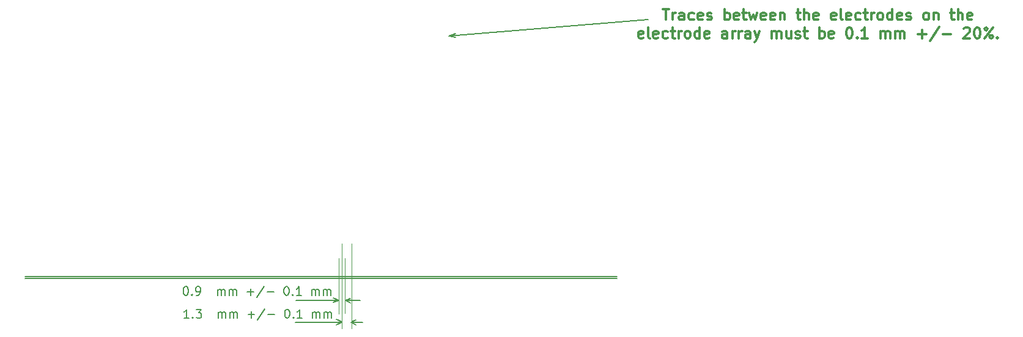
<source format=gbr>
G04 #@! TF.GenerationSoftware,KiCad,Pcbnew,5.1.5+dfsg1-2build2*
G04 #@! TF.CreationDate,2021-05-28T07:54:39+02:00*
G04 #@! TF.ProjectId,DIMMCartridge_heaters,44494d4d-4361-4727-9472-696467655f68,rev?*
G04 #@! TF.SameCoordinates,Original*
G04 #@! TF.FileFunction,OtherDrawing,Comment*
%FSLAX46Y46*%
G04 Gerber Fmt 4.6, Leading zero omitted, Abs format (unit mm)*
G04 Created by KiCad (PCBNEW 5.1.5+dfsg1-2build2) date 2021-05-28 07:54:39*
%MOMM*%
%LPD*%
G04 APERTURE LIST*
%ADD10C,0.150000*%
%ADD11C,0.300000*%
%ADD12C,0.200000*%
%ADD13C,0.100000*%
G04 APERTURE END LIST*
D10*
X117730000Y-99395000D02*
X118640000Y-99585000D01*
X117720000Y-99385000D02*
X118590000Y-99065000D01*
X117720000Y-99405000D02*
X145260000Y-97135000D01*
D11*
X147329999Y-95678571D02*
X148187142Y-95678571D01*
X147758571Y-97178571D02*
X147758571Y-95678571D01*
X148687142Y-97178571D02*
X148687142Y-96178571D01*
X148687142Y-96464285D02*
X148758571Y-96321428D01*
X148829999Y-96250000D01*
X148972857Y-96178571D01*
X149115714Y-96178571D01*
X150258571Y-97178571D02*
X150258571Y-96392857D01*
X150187142Y-96250000D01*
X150044285Y-96178571D01*
X149758571Y-96178571D01*
X149615714Y-96250000D01*
X150258571Y-97107142D02*
X150115714Y-97178571D01*
X149758571Y-97178571D01*
X149615714Y-97107142D01*
X149544285Y-96964285D01*
X149544285Y-96821428D01*
X149615714Y-96678571D01*
X149758571Y-96607142D01*
X150115714Y-96607142D01*
X150258571Y-96535714D01*
X151615714Y-97107142D02*
X151472857Y-97178571D01*
X151187142Y-97178571D01*
X151044285Y-97107142D01*
X150972857Y-97035714D01*
X150901428Y-96892857D01*
X150901428Y-96464285D01*
X150972857Y-96321428D01*
X151044285Y-96250000D01*
X151187142Y-96178571D01*
X151472857Y-96178571D01*
X151615714Y-96250000D01*
X152829999Y-97107142D02*
X152687142Y-97178571D01*
X152401428Y-97178571D01*
X152258571Y-97107142D01*
X152187142Y-96964285D01*
X152187142Y-96392857D01*
X152258571Y-96250000D01*
X152401428Y-96178571D01*
X152687142Y-96178571D01*
X152829999Y-96250000D01*
X152901428Y-96392857D01*
X152901428Y-96535714D01*
X152187142Y-96678571D01*
X153472857Y-97107142D02*
X153615714Y-97178571D01*
X153901428Y-97178571D01*
X154044285Y-97107142D01*
X154115714Y-96964285D01*
X154115714Y-96892857D01*
X154044285Y-96750000D01*
X153901428Y-96678571D01*
X153687142Y-96678571D01*
X153544285Y-96607142D01*
X153472857Y-96464285D01*
X153472857Y-96392857D01*
X153544285Y-96250000D01*
X153687142Y-96178571D01*
X153901428Y-96178571D01*
X154044285Y-96250000D01*
X155901428Y-97178571D02*
X155901428Y-95678571D01*
X155901428Y-96250000D02*
X156044285Y-96178571D01*
X156329999Y-96178571D01*
X156472857Y-96250000D01*
X156544285Y-96321428D01*
X156615714Y-96464285D01*
X156615714Y-96892857D01*
X156544285Y-97035714D01*
X156472857Y-97107142D01*
X156329999Y-97178571D01*
X156044285Y-97178571D01*
X155901428Y-97107142D01*
X157829999Y-97107142D02*
X157687142Y-97178571D01*
X157401428Y-97178571D01*
X157258571Y-97107142D01*
X157187142Y-96964285D01*
X157187142Y-96392857D01*
X157258571Y-96250000D01*
X157401428Y-96178571D01*
X157687142Y-96178571D01*
X157829999Y-96250000D01*
X157901428Y-96392857D01*
X157901428Y-96535714D01*
X157187142Y-96678571D01*
X158329999Y-96178571D02*
X158901428Y-96178571D01*
X158544285Y-95678571D02*
X158544285Y-96964285D01*
X158615714Y-97107142D01*
X158758571Y-97178571D01*
X158901428Y-97178571D01*
X159258571Y-96178571D02*
X159544285Y-97178571D01*
X159829999Y-96464285D01*
X160115714Y-97178571D01*
X160401428Y-96178571D01*
X161544285Y-97107142D02*
X161401428Y-97178571D01*
X161115714Y-97178571D01*
X160972857Y-97107142D01*
X160901428Y-96964285D01*
X160901428Y-96392857D01*
X160972857Y-96250000D01*
X161115714Y-96178571D01*
X161401428Y-96178571D01*
X161544285Y-96250000D01*
X161615714Y-96392857D01*
X161615714Y-96535714D01*
X160901428Y-96678571D01*
X162829999Y-97107142D02*
X162687142Y-97178571D01*
X162401428Y-97178571D01*
X162258571Y-97107142D01*
X162187142Y-96964285D01*
X162187142Y-96392857D01*
X162258571Y-96250000D01*
X162401428Y-96178571D01*
X162687142Y-96178571D01*
X162829999Y-96250000D01*
X162901428Y-96392857D01*
X162901428Y-96535714D01*
X162187142Y-96678571D01*
X163544285Y-96178571D02*
X163544285Y-97178571D01*
X163544285Y-96321428D02*
X163615714Y-96250000D01*
X163758571Y-96178571D01*
X163972857Y-96178571D01*
X164115714Y-96250000D01*
X164187142Y-96392857D01*
X164187142Y-97178571D01*
X165829999Y-96178571D02*
X166401428Y-96178571D01*
X166044285Y-95678571D02*
X166044285Y-96964285D01*
X166115714Y-97107142D01*
X166258571Y-97178571D01*
X166401428Y-97178571D01*
X166901428Y-97178571D02*
X166901428Y-95678571D01*
X167544285Y-97178571D02*
X167544285Y-96392857D01*
X167472857Y-96250000D01*
X167329999Y-96178571D01*
X167115714Y-96178571D01*
X166972857Y-96250000D01*
X166901428Y-96321428D01*
X168829999Y-97107142D02*
X168687142Y-97178571D01*
X168401428Y-97178571D01*
X168258571Y-97107142D01*
X168187142Y-96964285D01*
X168187142Y-96392857D01*
X168258571Y-96250000D01*
X168401428Y-96178571D01*
X168687142Y-96178571D01*
X168829999Y-96250000D01*
X168901428Y-96392857D01*
X168901428Y-96535714D01*
X168187142Y-96678571D01*
X171258571Y-97107142D02*
X171115714Y-97178571D01*
X170829999Y-97178571D01*
X170687142Y-97107142D01*
X170615714Y-96964285D01*
X170615714Y-96392857D01*
X170687142Y-96250000D01*
X170829999Y-96178571D01*
X171115714Y-96178571D01*
X171258571Y-96250000D01*
X171329999Y-96392857D01*
X171329999Y-96535714D01*
X170615714Y-96678571D01*
X172187142Y-97178571D02*
X172044285Y-97107142D01*
X171972857Y-96964285D01*
X171972857Y-95678571D01*
X173329999Y-97107142D02*
X173187142Y-97178571D01*
X172901428Y-97178571D01*
X172758571Y-97107142D01*
X172687142Y-96964285D01*
X172687142Y-96392857D01*
X172758571Y-96250000D01*
X172901428Y-96178571D01*
X173187142Y-96178571D01*
X173329999Y-96250000D01*
X173401428Y-96392857D01*
X173401428Y-96535714D01*
X172687142Y-96678571D01*
X174687142Y-97107142D02*
X174544285Y-97178571D01*
X174258571Y-97178571D01*
X174115714Y-97107142D01*
X174044285Y-97035714D01*
X173972857Y-96892857D01*
X173972857Y-96464285D01*
X174044285Y-96321428D01*
X174115714Y-96250000D01*
X174258571Y-96178571D01*
X174544285Y-96178571D01*
X174687142Y-96250000D01*
X175115714Y-96178571D02*
X175687142Y-96178571D01*
X175330000Y-95678571D02*
X175330000Y-96964285D01*
X175401428Y-97107142D01*
X175544285Y-97178571D01*
X175687142Y-97178571D01*
X176187142Y-97178571D02*
X176187142Y-96178571D01*
X176187142Y-96464285D02*
X176258571Y-96321428D01*
X176330000Y-96250000D01*
X176472857Y-96178571D01*
X176615714Y-96178571D01*
X177330000Y-97178571D02*
X177187142Y-97107142D01*
X177115714Y-97035714D01*
X177044285Y-96892857D01*
X177044285Y-96464285D01*
X177115714Y-96321428D01*
X177187142Y-96250000D01*
X177330000Y-96178571D01*
X177544285Y-96178571D01*
X177687142Y-96250000D01*
X177758571Y-96321428D01*
X177830000Y-96464285D01*
X177830000Y-96892857D01*
X177758571Y-97035714D01*
X177687142Y-97107142D01*
X177544285Y-97178571D01*
X177330000Y-97178571D01*
X179115714Y-97178571D02*
X179115714Y-95678571D01*
X179115714Y-97107142D02*
X178972857Y-97178571D01*
X178687142Y-97178571D01*
X178544285Y-97107142D01*
X178472857Y-97035714D01*
X178401428Y-96892857D01*
X178401428Y-96464285D01*
X178472857Y-96321428D01*
X178544285Y-96250000D01*
X178687142Y-96178571D01*
X178972857Y-96178571D01*
X179115714Y-96250000D01*
X180401428Y-97107142D02*
X180258571Y-97178571D01*
X179972857Y-97178571D01*
X179830000Y-97107142D01*
X179758571Y-96964285D01*
X179758571Y-96392857D01*
X179830000Y-96250000D01*
X179972857Y-96178571D01*
X180258571Y-96178571D01*
X180401428Y-96250000D01*
X180472857Y-96392857D01*
X180472857Y-96535714D01*
X179758571Y-96678571D01*
X181044285Y-97107142D02*
X181187142Y-97178571D01*
X181472857Y-97178571D01*
X181615714Y-97107142D01*
X181687142Y-96964285D01*
X181687142Y-96892857D01*
X181615714Y-96750000D01*
X181472857Y-96678571D01*
X181258571Y-96678571D01*
X181115714Y-96607142D01*
X181044285Y-96464285D01*
X181044285Y-96392857D01*
X181115714Y-96250000D01*
X181258571Y-96178571D01*
X181472857Y-96178571D01*
X181615714Y-96250000D01*
X183687142Y-97178571D02*
X183544285Y-97107142D01*
X183472857Y-97035714D01*
X183401428Y-96892857D01*
X183401428Y-96464285D01*
X183472857Y-96321428D01*
X183544285Y-96250000D01*
X183687142Y-96178571D01*
X183901428Y-96178571D01*
X184044285Y-96250000D01*
X184115714Y-96321428D01*
X184187142Y-96464285D01*
X184187142Y-96892857D01*
X184115714Y-97035714D01*
X184044285Y-97107142D01*
X183901428Y-97178571D01*
X183687142Y-97178571D01*
X184830000Y-96178571D02*
X184830000Y-97178571D01*
X184830000Y-96321428D02*
X184901428Y-96250000D01*
X185044285Y-96178571D01*
X185258571Y-96178571D01*
X185401428Y-96250000D01*
X185472857Y-96392857D01*
X185472857Y-97178571D01*
X187115714Y-96178571D02*
X187687142Y-96178571D01*
X187330000Y-95678571D02*
X187330000Y-96964285D01*
X187401428Y-97107142D01*
X187544285Y-97178571D01*
X187687142Y-97178571D01*
X188187142Y-97178571D02*
X188187142Y-95678571D01*
X188830000Y-97178571D02*
X188830000Y-96392857D01*
X188758571Y-96250000D01*
X188615714Y-96178571D01*
X188401428Y-96178571D01*
X188258571Y-96250000D01*
X188187142Y-96321428D01*
X190115714Y-97107142D02*
X189972857Y-97178571D01*
X189687142Y-97178571D01*
X189544285Y-97107142D01*
X189472857Y-96964285D01*
X189472857Y-96392857D01*
X189544285Y-96250000D01*
X189687142Y-96178571D01*
X189972857Y-96178571D01*
X190115714Y-96250000D01*
X190187142Y-96392857D01*
X190187142Y-96535714D01*
X189472857Y-96678571D01*
X144580000Y-99657142D02*
X144437142Y-99728571D01*
X144151428Y-99728571D01*
X144008571Y-99657142D01*
X143937142Y-99514285D01*
X143937142Y-98942857D01*
X144008571Y-98800000D01*
X144151428Y-98728571D01*
X144437142Y-98728571D01*
X144580000Y-98800000D01*
X144651428Y-98942857D01*
X144651428Y-99085714D01*
X143937142Y-99228571D01*
X145508571Y-99728571D02*
X145365714Y-99657142D01*
X145294285Y-99514285D01*
X145294285Y-98228571D01*
X146651428Y-99657142D02*
X146508571Y-99728571D01*
X146222857Y-99728571D01*
X146080000Y-99657142D01*
X146008571Y-99514285D01*
X146008571Y-98942857D01*
X146080000Y-98800000D01*
X146222857Y-98728571D01*
X146508571Y-98728571D01*
X146651428Y-98800000D01*
X146722857Y-98942857D01*
X146722857Y-99085714D01*
X146008571Y-99228571D01*
X148008571Y-99657142D02*
X147865714Y-99728571D01*
X147580000Y-99728571D01*
X147437142Y-99657142D01*
X147365714Y-99585714D01*
X147294285Y-99442857D01*
X147294285Y-99014285D01*
X147365714Y-98871428D01*
X147437142Y-98800000D01*
X147580000Y-98728571D01*
X147865714Y-98728571D01*
X148008571Y-98800000D01*
X148437142Y-98728571D02*
X149008571Y-98728571D01*
X148651428Y-98228571D02*
X148651428Y-99514285D01*
X148722857Y-99657142D01*
X148865714Y-99728571D01*
X149008571Y-99728571D01*
X149508571Y-99728571D02*
X149508571Y-98728571D01*
X149508571Y-99014285D02*
X149580000Y-98871428D01*
X149651428Y-98800000D01*
X149794285Y-98728571D01*
X149937142Y-98728571D01*
X150651428Y-99728571D02*
X150508571Y-99657142D01*
X150437142Y-99585714D01*
X150365714Y-99442857D01*
X150365714Y-99014285D01*
X150437142Y-98871428D01*
X150508571Y-98800000D01*
X150651428Y-98728571D01*
X150865714Y-98728571D01*
X151008571Y-98800000D01*
X151080000Y-98871428D01*
X151151428Y-99014285D01*
X151151428Y-99442857D01*
X151080000Y-99585714D01*
X151008571Y-99657142D01*
X150865714Y-99728571D01*
X150651428Y-99728571D01*
X152437142Y-99728571D02*
X152437142Y-98228571D01*
X152437142Y-99657142D02*
X152294285Y-99728571D01*
X152008571Y-99728571D01*
X151865714Y-99657142D01*
X151794285Y-99585714D01*
X151722857Y-99442857D01*
X151722857Y-99014285D01*
X151794285Y-98871428D01*
X151865714Y-98800000D01*
X152008571Y-98728571D01*
X152294285Y-98728571D01*
X152437142Y-98800000D01*
X153722857Y-99657142D02*
X153580000Y-99728571D01*
X153294285Y-99728571D01*
X153151428Y-99657142D01*
X153080000Y-99514285D01*
X153080000Y-98942857D01*
X153151428Y-98800000D01*
X153294285Y-98728571D01*
X153580000Y-98728571D01*
X153722857Y-98800000D01*
X153794285Y-98942857D01*
X153794285Y-99085714D01*
X153080000Y-99228571D01*
X156222857Y-99728571D02*
X156222857Y-98942857D01*
X156151428Y-98800000D01*
X156008571Y-98728571D01*
X155722857Y-98728571D01*
X155580000Y-98800000D01*
X156222857Y-99657142D02*
X156080000Y-99728571D01*
X155722857Y-99728571D01*
X155580000Y-99657142D01*
X155508571Y-99514285D01*
X155508571Y-99371428D01*
X155580000Y-99228571D01*
X155722857Y-99157142D01*
X156080000Y-99157142D01*
X156222857Y-99085714D01*
X156937142Y-99728571D02*
X156937142Y-98728571D01*
X156937142Y-99014285D02*
X157008571Y-98871428D01*
X157080000Y-98800000D01*
X157222857Y-98728571D01*
X157365714Y-98728571D01*
X157865714Y-99728571D02*
X157865714Y-98728571D01*
X157865714Y-99014285D02*
X157937142Y-98871428D01*
X158008571Y-98800000D01*
X158151428Y-98728571D01*
X158294285Y-98728571D01*
X159437142Y-99728571D02*
X159437142Y-98942857D01*
X159365714Y-98800000D01*
X159222857Y-98728571D01*
X158937142Y-98728571D01*
X158794285Y-98800000D01*
X159437142Y-99657142D02*
X159294285Y-99728571D01*
X158937142Y-99728571D01*
X158794285Y-99657142D01*
X158722857Y-99514285D01*
X158722857Y-99371428D01*
X158794285Y-99228571D01*
X158937142Y-99157142D01*
X159294285Y-99157142D01*
X159437142Y-99085714D01*
X160008571Y-98728571D02*
X160365714Y-99728571D01*
X160722857Y-98728571D02*
X160365714Y-99728571D01*
X160222857Y-100085714D01*
X160151428Y-100157142D01*
X160008571Y-100228571D01*
X162437142Y-99728571D02*
X162437142Y-98728571D01*
X162437142Y-98871428D02*
X162508571Y-98800000D01*
X162651428Y-98728571D01*
X162865714Y-98728571D01*
X163008571Y-98800000D01*
X163080000Y-98942857D01*
X163080000Y-99728571D01*
X163080000Y-98942857D02*
X163151428Y-98800000D01*
X163294285Y-98728571D01*
X163508571Y-98728571D01*
X163651428Y-98800000D01*
X163722857Y-98942857D01*
X163722857Y-99728571D01*
X165080000Y-98728571D02*
X165080000Y-99728571D01*
X164437142Y-98728571D02*
X164437142Y-99514285D01*
X164508571Y-99657142D01*
X164651428Y-99728571D01*
X164865714Y-99728571D01*
X165008571Y-99657142D01*
X165080000Y-99585714D01*
X165722857Y-99657142D02*
X165865714Y-99728571D01*
X166151428Y-99728571D01*
X166294285Y-99657142D01*
X166365714Y-99514285D01*
X166365714Y-99442857D01*
X166294285Y-99300000D01*
X166151428Y-99228571D01*
X165937142Y-99228571D01*
X165794285Y-99157142D01*
X165722857Y-99014285D01*
X165722857Y-98942857D01*
X165794285Y-98800000D01*
X165937142Y-98728571D01*
X166151428Y-98728571D01*
X166294285Y-98800000D01*
X166794285Y-98728571D02*
X167365714Y-98728571D01*
X167008571Y-98228571D02*
X167008571Y-99514285D01*
X167080000Y-99657142D01*
X167222857Y-99728571D01*
X167365714Y-99728571D01*
X169008571Y-99728571D02*
X169008571Y-98228571D01*
X169008571Y-98800000D02*
X169151428Y-98728571D01*
X169437142Y-98728571D01*
X169580000Y-98800000D01*
X169651428Y-98871428D01*
X169722857Y-99014285D01*
X169722857Y-99442857D01*
X169651428Y-99585714D01*
X169580000Y-99657142D01*
X169437142Y-99728571D01*
X169151428Y-99728571D01*
X169008571Y-99657142D01*
X170937142Y-99657142D02*
X170794285Y-99728571D01*
X170508571Y-99728571D01*
X170365714Y-99657142D01*
X170294285Y-99514285D01*
X170294285Y-98942857D01*
X170365714Y-98800000D01*
X170508571Y-98728571D01*
X170794285Y-98728571D01*
X170937142Y-98800000D01*
X171008571Y-98942857D01*
X171008571Y-99085714D01*
X170294285Y-99228571D01*
X173080000Y-98228571D02*
X173222857Y-98228571D01*
X173365714Y-98300000D01*
X173437142Y-98371428D01*
X173508571Y-98514285D01*
X173580000Y-98800000D01*
X173580000Y-99157142D01*
X173508571Y-99442857D01*
X173437142Y-99585714D01*
X173365714Y-99657142D01*
X173222857Y-99728571D01*
X173080000Y-99728571D01*
X172937142Y-99657142D01*
X172865714Y-99585714D01*
X172794285Y-99442857D01*
X172722857Y-99157142D01*
X172722857Y-98800000D01*
X172794285Y-98514285D01*
X172865714Y-98371428D01*
X172937142Y-98300000D01*
X173080000Y-98228571D01*
X174222857Y-99585714D02*
X174294285Y-99657142D01*
X174222857Y-99728571D01*
X174151428Y-99657142D01*
X174222857Y-99585714D01*
X174222857Y-99728571D01*
X175722857Y-99728571D02*
X174865714Y-99728571D01*
X175294285Y-99728571D02*
X175294285Y-98228571D01*
X175151428Y-98442857D01*
X175008571Y-98585714D01*
X174865714Y-98657142D01*
X177508571Y-99728571D02*
X177508571Y-98728571D01*
X177508571Y-98871428D02*
X177580000Y-98800000D01*
X177722857Y-98728571D01*
X177937142Y-98728571D01*
X178080000Y-98800000D01*
X178151428Y-98942857D01*
X178151428Y-99728571D01*
X178151428Y-98942857D02*
X178222857Y-98800000D01*
X178365714Y-98728571D01*
X178580000Y-98728571D01*
X178722857Y-98800000D01*
X178794285Y-98942857D01*
X178794285Y-99728571D01*
X179508571Y-99728571D02*
X179508571Y-98728571D01*
X179508571Y-98871428D02*
X179580000Y-98800000D01*
X179722857Y-98728571D01*
X179937142Y-98728571D01*
X180080000Y-98800000D01*
X180151428Y-98942857D01*
X180151428Y-99728571D01*
X180151428Y-98942857D02*
X180222857Y-98800000D01*
X180365714Y-98728571D01*
X180580000Y-98728571D01*
X180722857Y-98800000D01*
X180794285Y-98942857D01*
X180794285Y-99728571D01*
X182651428Y-99157142D02*
X183794285Y-99157142D01*
X183222857Y-99728571D02*
X183222857Y-98585714D01*
X185580000Y-98157142D02*
X184294285Y-100085714D01*
X186080000Y-99157142D02*
X187222857Y-99157142D01*
X189008571Y-98371428D02*
X189080000Y-98300000D01*
X189222857Y-98228571D01*
X189580000Y-98228571D01*
X189722857Y-98300000D01*
X189794285Y-98371428D01*
X189865714Y-98514285D01*
X189865714Y-98657142D01*
X189794285Y-98871428D01*
X188937142Y-99728571D01*
X189865714Y-99728571D01*
X190794285Y-98228571D02*
X190937142Y-98228571D01*
X191080000Y-98300000D01*
X191151428Y-98371428D01*
X191222857Y-98514285D01*
X191294285Y-98800000D01*
X191294285Y-99157142D01*
X191222857Y-99442857D01*
X191151428Y-99585714D01*
X191080000Y-99657142D01*
X190937142Y-99728571D01*
X190794285Y-99728571D01*
X190651428Y-99657142D01*
X190580000Y-99585714D01*
X190508571Y-99442857D01*
X190437142Y-99157142D01*
X190437142Y-98800000D01*
X190508571Y-98514285D01*
X190580000Y-98371428D01*
X190651428Y-98300000D01*
X190794285Y-98228571D01*
X191865714Y-99728571D02*
X193008571Y-98228571D01*
X192080000Y-98228571D02*
X192222857Y-98300000D01*
X192294285Y-98442857D01*
X192222857Y-98585714D01*
X192080000Y-98657142D01*
X191937142Y-98585714D01*
X191865714Y-98442857D01*
X191937142Y-98300000D01*
X192080000Y-98228571D01*
X192937142Y-99657142D02*
X193008571Y-99514285D01*
X192937142Y-99371428D01*
X192794285Y-99300000D01*
X192651428Y-99371428D01*
X192580000Y-99514285D01*
X192651428Y-99657142D01*
X192794285Y-99728571D01*
X192937142Y-99657142D01*
X193651428Y-99585714D02*
X193722857Y-99657142D01*
X193651428Y-99728571D01*
X193580000Y-99657142D01*
X193651428Y-99585714D01*
X193651428Y-99728571D01*
D12*
X81217142Y-134177857D02*
X81331428Y-134177857D01*
X81445714Y-134235000D01*
X81502857Y-134292142D01*
X81560000Y-134406428D01*
X81617142Y-134635000D01*
X81617142Y-134920714D01*
X81560000Y-135149285D01*
X81502857Y-135263571D01*
X81445714Y-135320714D01*
X81331428Y-135377857D01*
X81217142Y-135377857D01*
X81102857Y-135320714D01*
X81045714Y-135263571D01*
X80988571Y-135149285D01*
X80931428Y-134920714D01*
X80931428Y-134635000D01*
X80988571Y-134406428D01*
X81045714Y-134292142D01*
X81102857Y-134235000D01*
X81217142Y-134177857D01*
X82131428Y-135263571D02*
X82188571Y-135320714D01*
X82131428Y-135377857D01*
X82074285Y-135320714D01*
X82131428Y-135263571D01*
X82131428Y-135377857D01*
X82760000Y-135377857D02*
X82988571Y-135377857D01*
X83102857Y-135320714D01*
X83160000Y-135263571D01*
X83274285Y-135092142D01*
X83331428Y-134863571D01*
X83331428Y-134406428D01*
X83274285Y-134292142D01*
X83217142Y-134235000D01*
X83102857Y-134177857D01*
X82874285Y-134177857D01*
X82760000Y-134235000D01*
X82702857Y-134292142D01*
X82645714Y-134406428D01*
X82645714Y-134692142D01*
X82702857Y-134806428D01*
X82760000Y-134863571D01*
X82874285Y-134920714D01*
X83102857Y-134920714D01*
X83217142Y-134863571D01*
X83274285Y-134806428D01*
X83331428Y-134692142D01*
X85674285Y-135377857D02*
X85674285Y-134577857D01*
X85674285Y-134692142D02*
X85731428Y-134635000D01*
X85845714Y-134577857D01*
X86017142Y-134577857D01*
X86131428Y-134635000D01*
X86188571Y-134749285D01*
X86188571Y-135377857D01*
X86188571Y-134749285D02*
X86245714Y-134635000D01*
X86360000Y-134577857D01*
X86531428Y-134577857D01*
X86645714Y-134635000D01*
X86702857Y-134749285D01*
X86702857Y-135377857D01*
X87274285Y-135377857D02*
X87274285Y-134577857D01*
X87274285Y-134692142D02*
X87331428Y-134635000D01*
X87445714Y-134577857D01*
X87617142Y-134577857D01*
X87731428Y-134635000D01*
X87788571Y-134749285D01*
X87788571Y-135377857D01*
X87788571Y-134749285D02*
X87845714Y-134635000D01*
X87960000Y-134577857D01*
X88131428Y-134577857D01*
X88245714Y-134635000D01*
X88302857Y-134749285D01*
X88302857Y-135377857D01*
X89788571Y-134920714D02*
X90702857Y-134920714D01*
X90245714Y-135377857D02*
X90245714Y-134463571D01*
X92131428Y-134120714D02*
X91102857Y-135663571D01*
X92531428Y-134920714D02*
X93445714Y-134920714D01*
X95160000Y-134177857D02*
X95274285Y-134177857D01*
X95388571Y-134235000D01*
X95445714Y-134292142D01*
X95502857Y-134406428D01*
X95560000Y-134635000D01*
X95560000Y-134920714D01*
X95502857Y-135149285D01*
X95445714Y-135263571D01*
X95388571Y-135320714D01*
X95274285Y-135377857D01*
X95160000Y-135377857D01*
X95045714Y-135320714D01*
X94988571Y-135263571D01*
X94931428Y-135149285D01*
X94874285Y-134920714D01*
X94874285Y-134635000D01*
X94931428Y-134406428D01*
X94988571Y-134292142D01*
X95045714Y-134235000D01*
X95160000Y-134177857D01*
X96074285Y-135263571D02*
X96131428Y-135320714D01*
X96074285Y-135377857D01*
X96017142Y-135320714D01*
X96074285Y-135263571D01*
X96074285Y-135377857D01*
X97274285Y-135377857D02*
X96588571Y-135377857D01*
X96931428Y-135377857D02*
X96931428Y-134177857D01*
X96817142Y-134349285D01*
X96702857Y-134463571D01*
X96588571Y-134520714D01*
X98702857Y-135377857D02*
X98702857Y-134577857D01*
X98702857Y-134692142D02*
X98760000Y-134635000D01*
X98874285Y-134577857D01*
X99045714Y-134577857D01*
X99160000Y-134635000D01*
X99217142Y-134749285D01*
X99217142Y-135377857D01*
X99217142Y-134749285D02*
X99274285Y-134635000D01*
X99388571Y-134577857D01*
X99560000Y-134577857D01*
X99674285Y-134635000D01*
X99731428Y-134749285D01*
X99731428Y-135377857D01*
X100302857Y-135377857D02*
X100302857Y-134577857D01*
X100302857Y-134692142D02*
X100360000Y-134635000D01*
X100474285Y-134577857D01*
X100645714Y-134577857D01*
X100760000Y-134635000D01*
X100817142Y-134749285D01*
X100817142Y-135377857D01*
X100817142Y-134749285D02*
X100874285Y-134635000D01*
X100988571Y-134577857D01*
X101160000Y-134577857D01*
X101274285Y-134635000D01*
X101331428Y-134749285D01*
X101331428Y-135377857D01*
X81717142Y-138527857D02*
X81031428Y-138527857D01*
X81374285Y-138527857D02*
X81374285Y-137327857D01*
X81260000Y-137499285D01*
X81145714Y-137613571D01*
X81031428Y-137670714D01*
X82231428Y-138413571D02*
X82288571Y-138470714D01*
X82231428Y-138527857D01*
X82174285Y-138470714D01*
X82231428Y-138413571D01*
X82231428Y-138527857D01*
X82688571Y-137327857D02*
X83431428Y-137327857D01*
X83031428Y-137785000D01*
X83202857Y-137785000D01*
X83317142Y-137842142D01*
X83374285Y-137899285D01*
X83431428Y-138013571D01*
X83431428Y-138299285D01*
X83374285Y-138413571D01*
X83317142Y-138470714D01*
X83202857Y-138527857D01*
X82860000Y-138527857D01*
X82745714Y-138470714D01*
X82688571Y-138413571D01*
X85774285Y-138527857D02*
X85774285Y-137727857D01*
X85774285Y-137842142D02*
X85831428Y-137785000D01*
X85945714Y-137727857D01*
X86117142Y-137727857D01*
X86231428Y-137785000D01*
X86288571Y-137899285D01*
X86288571Y-138527857D01*
X86288571Y-137899285D02*
X86345714Y-137785000D01*
X86460000Y-137727857D01*
X86631428Y-137727857D01*
X86745714Y-137785000D01*
X86802857Y-137899285D01*
X86802857Y-138527857D01*
X87374285Y-138527857D02*
X87374285Y-137727857D01*
X87374285Y-137842142D02*
X87431428Y-137785000D01*
X87545714Y-137727857D01*
X87717142Y-137727857D01*
X87831428Y-137785000D01*
X87888571Y-137899285D01*
X87888571Y-138527857D01*
X87888571Y-137899285D02*
X87945714Y-137785000D01*
X88060000Y-137727857D01*
X88231428Y-137727857D01*
X88345714Y-137785000D01*
X88402857Y-137899285D01*
X88402857Y-138527857D01*
X89888571Y-138070714D02*
X90802857Y-138070714D01*
X90345714Y-138527857D02*
X90345714Y-137613571D01*
X92231428Y-137270714D02*
X91202857Y-138813571D01*
X92631428Y-138070714D02*
X93545714Y-138070714D01*
X95260000Y-137327857D02*
X95374285Y-137327857D01*
X95488571Y-137385000D01*
X95545714Y-137442142D01*
X95602857Y-137556428D01*
X95660000Y-137785000D01*
X95660000Y-138070714D01*
X95602857Y-138299285D01*
X95545714Y-138413571D01*
X95488571Y-138470714D01*
X95374285Y-138527857D01*
X95260000Y-138527857D01*
X95145714Y-138470714D01*
X95088571Y-138413571D01*
X95031428Y-138299285D01*
X94974285Y-138070714D01*
X94974285Y-137785000D01*
X95031428Y-137556428D01*
X95088571Y-137442142D01*
X95145714Y-137385000D01*
X95260000Y-137327857D01*
X96174285Y-138413571D02*
X96231428Y-138470714D01*
X96174285Y-138527857D01*
X96117142Y-138470714D01*
X96174285Y-138413571D01*
X96174285Y-138527857D01*
X97374285Y-138527857D02*
X96688571Y-138527857D01*
X97031428Y-138527857D02*
X97031428Y-137327857D01*
X96917142Y-137499285D01*
X96802857Y-137613571D01*
X96688571Y-137670714D01*
X98802857Y-138527857D02*
X98802857Y-137727857D01*
X98802857Y-137842142D02*
X98860000Y-137785000D01*
X98974285Y-137727857D01*
X99145714Y-137727857D01*
X99260000Y-137785000D01*
X99317142Y-137899285D01*
X99317142Y-138527857D01*
X99317142Y-137899285D02*
X99374285Y-137785000D01*
X99488571Y-137727857D01*
X99660000Y-137727857D01*
X99774285Y-137785000D01*
X99831428Y-137899285D01*
X99831428Y-138527857D01*
X100402857Y-138527857D02*
X100402857Y-137727857D01*
X100402857Y-137842142D02*
X100460000Y-137785000D01*
X100574285Y-137727857D01*
X100745714Y-137727857D01*
X100860000Y-137785000D01*
X100917142Y-137899285D01*
X100917142Y-138527857D01*
X100917142Y-137899285D02*
X100974285Y-137785000D01*
X101088571Y-137727857D01*
X101260000Y-137727857D01*
X101374285Y-137785000D01*
X101431428Y-137899285D01*
X101431428Y-138527857D01*
D10*
X104180000Y-139095000D02*
X104860000Y-139435000D01*
X104190000Y-139085000D02*
X104830000Y-138755000D01*
X104180000Y-139095000D02*
X105780000Y-139095000D01*
X102870000Y-139095000D02*
X102080000Y-139445000D01*
X102880000Y-139075000D02*
X102080000Y-138725000D01*
X102870000Y-139095000D02*
X96410000Y-139095000D01*
X102440000Y-136085000D02*
X101680000Y-136345000D01*
X102440000Y-136055000D02*
X101680000Y-135785000D01*
X102390000Y-136055000D02*
X96540000Y-136055000D01*
X103360000Y-136055000D02*
X104060000Y-136405000D01*
X103360000Y-136065000D02*
X104040000Y-135795000D01*
X105430000Y-136065000D02*
X103360000Y-136065000D01*
D13*
X103339699Y-130225000D02*
X103339699Y-137900000D01*
X102448850Y-130225000D02*
X102448850Y-137915000D01*
X104194275Y-128235000D02*
X104194275Y-140000000D01*
X102894275Y-128235000D02*
X102894275Y-140000000D01*
D10*
X58996870Y-132815000D02*
X140983729Y-132815000D01*
X140983729Y-133015000D02*
X58996870Y-133035000D01*
M02*

</source>
